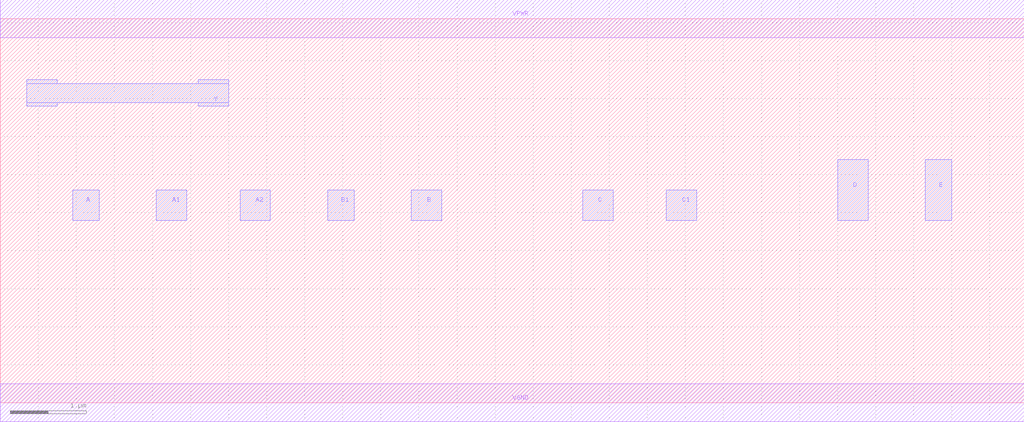
<source format=lef>
VERSION 5.7 ;
  NOWIREEXTENSIONATPIN ON ;
  DIVIDERCHAR "/" ;
  BUSBITCHARS "[]" ;
MACRO AAAOAI32211
  CLASS CORE ;
  FOREIGN AAAOAI32211 ;
  ORIGIN 0.000 0.000 ;
  SIZE 13.450 BY 5.050 ;
  SYMMETRY X Y R90 ;
  SITE unit ;
  PIN VPWR
    DIRECTION INOUT ;
    USE POWER ;
    SHAPE ABUTMENT ;
    PORT
      LAYER Metal1 ;
        RECT 0.000 4.800 13.450 5.300 ;
    END
  END VPWR
  PIN VGND
    DIRECTION INOUT ;
    USE GROUND ;
    SHAPE ABUTMENT ;
    PORT
      LAYER Metal1 ;
        RECT 0.000 -0.250 13.450 0.250 ;
    END
  END VGND
  PIN Y
    DIRECTION INOUT ;
    USE SIGNAL ;
    SHAPE ABUTMENT ;
    PORT
      LAYER Metal2 ;
        RECT 0.350 4.200 0.750 4.250 ;
        RECT 2.600 4.200 3.000 4.250 ;
        RECT 0.350 3.950 3.000 4.200 ;
        RECT 0.350 3.900 0.750 3.950 ;
        RECT 2.600 3.900 3.000 3.950 ;
    END
  END Y
  PIN A2
    DIRECTION INOUT ;
    USE SIGNAL ;
    SHAPE ABUTMENT ;
    PORT
      LAYER Metal2 ;
        RECT 3.150 2.400 3.550 2.800 ;
    END
  END A2
  PIN B1
    DIRECTION INOUT ;
    USE SIGNAL ;
    SHAPE ABUTMENT ;
    PORT
      LAYER Metal2 ;
        RECT 4.300 2.400 4.650 2.800 ;
    END
  END B1
  PIN C1
    DIRECTION INOUT ;
    USE SIGNAL ;
    SHAPE ABUTMENT ;
    PORT
      LAYER Metal2 ;
        RECT 8.750 2.400 9.150 2.800 ;
    END
  END C1
  PIN E
    DIRECTION INOUT ;
    USE SIGNAL ;
    SHAPE ABUTMENT ;
    PORT
      LAYER Metal2 ;
        RECT 12.150 2.400 12.500 3.200 ;
    END
  END E
  PIN C
    DIRECTION INOUT ;
    USE SIGNAL ;
    SHAPE ABUTMENT ;
    PORT
      LAYER Metal2 ;
        RECT 7.650 2.400 8.050 2.800 ;
    END
  END C
  PIN A1
    DIRECTION INOUT ;
    USE SIGNAL ;
    SHAPE ABUTMENT ;
    PORT
      LAYER Metal2 ;
        RECT 2.050 2.400 2.450 2.800 ;
    END
  END A1
  PIN B
    DIRECTION INOUT ;
    USE SIGNAL ;
    SHAPE ABUTMENT ;
    PORT
      LAYER Metal2 ;
        RECT 5.400 2.400 5.800 2.800 ;
    END
  END B
  PIN A
    DIRECTION INOUT ;
    USE SIGNAL ;
    SHAPE ABUTMENT ;
    PORT
      LAYER Metal2 ;
        RECT 0.950 2.400 1.300 2.800 ;
    END
  END A
  PIN D
    DIRECTION INOUT ;
    USE SIGNAL ;
    SHAPE ABUTMENT ;
    PORT
      LAYER Metal2 ;
        RECT 11.000 2.400 11.400 3.200 ;
    END
  END D
END AAAOAI32211
END LIBRARY


</source>
